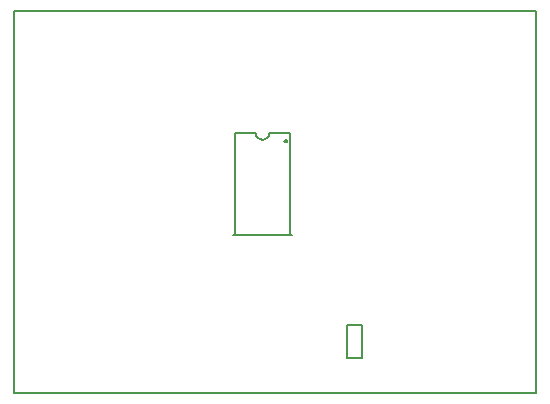
<source format=gbr>
G04 PROTEUS GERBER X2 FILE*
%TF.GenerationSoftware,Labcenter,Proteus,8.5-SP0-Build22067*%
%TF.CreationDate,2018-05-26T17:21:35+00:00*%
%TF.FileFunction,Legend,Bot*%
%TF.FilePolarity,Positive*%
%TF.Part,Single*%
%FSLAX45Y45*%
%MOMM*%
G01*
%TA.AperFunction,Material*%
%ADD17C,0.203200*%
%TA.AperFunction,Profile*%
%ADD13C,0.203200*%
D17*
X+720230Y-1436970D02*
X+847230Y-1436970D01*
X+847230Y-1157570D01*
X+720230Y-1157570D01*
X+720230Y-1436970D01*
X+232000Y+466000D02*
X+59500Y+466000D01*
X+55064Y+443370D01*
X+42879Y+425121D01*
X+24629Y+412936D01*
X+2000Y+408500D01*
X-55500Y+466000D02*
X-51064Y+443370D01*
X-38879Y+425121D01*
X-20629Y+412936D01*
X+2000Y+408500D01*
X-55500Y+466000D02*
X-228000Y+466000D01*
X+252000Y-396000D02*
X-248000Y-396000D01*
X+232000Y+416000D02*
X+232000Y-346000D01*
X-228000Y+416000D02*
X-228000Y-346000D01*
X+232000Y+416000D02*
X+232000Y+466000D01*
X-228000Y+466000D02*
X-228000Y+416000D01*
X-248000Y-396000D02*
X-228000Y-396000D01*
X-228000Y-346000D01*
X+232000Y-346000D02*
X+232000Y-396000D01*
X+252000Y-396000D01*
X+207000Y+400000D02*
X+206965Y+400831D01*
X+206684Y+402495D01*
X+206094Y+404159D01*
X+205130Y+405823D01*
X+203655Y+407464D01*
X+201991Y+408665D01*
X+200327Y+409430D01*
X+198663Y+409861D01*
X+197000Y+410000D01*
X+187000Y+400000D02*
X+187035Y+400831D01*
X+187316Y+402495D01*
X+187906Y+404159D01*
X+188870Y+405823D01*
X+190345Y+407464D01*
X+192009Y+408665D01*
X+193673Y+409430D01*
X+195337Y+409861D01*
X+197000Y+410000D01*
X+187000Y+400000D02*
X+187035Y+399169D01*
X+187316Y+397505D01*
X+187906Y+395841D01*
X+188870Y+394177D01*
X+190345Y+392536D01*
X+192009Y+391335D01*
X+193673Y+390570D01*
X+195337Y+390139D01*
X+197000Y+390000D01*
X+207000Y+400000D02*
X+206965Y+399169D01*
X+206684Y+397505D01*
X+206094Y+395841D01*
X+205130Y+394177D01*
X+203655Y+392536D01*
X+201991Y+391335D01*
X+200327Y+390570D01*
X+198663Y+390139D01*
X+197000Y+390000D01*
D13*
X-2100000Y-1735000D02*
X+2315000Y-1735000D01*
X+2315000Y+1502000D01*
X-2100000Y+1502000D01*
X-2100000Y-1735000D01*
M02*

</source>
